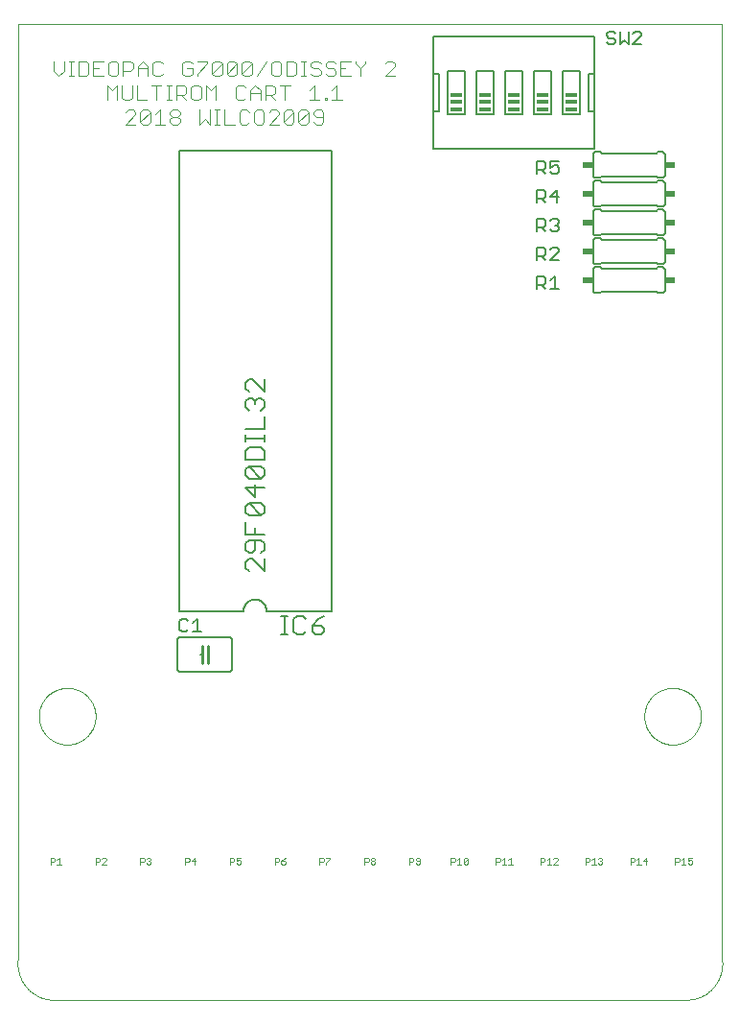
<source format=gto>
G75*
%MOIN*%
%OFA0B0*%
%FSLAX25Y25*%
%IPPOS*%
%LPD*%
%AMOC8*
5,1,8,0,0,1.08239X$1,22.5*
%
%ADD10C,0.00000*%
%ADD11C,0.00400*%
%ADD12C,0.00200*%
%ADD13C,0.00600*%
%ADD14R,0.03400X0.02400*%
%ADD15C,0.00500*%
%ADD16R,0.04000X0.01500*%
%ADD17C,0.01000*%
D10*
X0067595Y0047713D02*
X0067595Y0372634D01*
X0312516Y0372634D01*
X0312516Y0047713D01*
X0312517Y0047713D02*
X0312543Y0047410D01*
X0312563Y0047106D01*
X0312574Y0046802D01*
X0312579Y0046498D01*
X0312576Y0046194D01*
X0312566Y0045889D01*
X0312548Y0045586D01*
X0312524Y0045282D01*
X0312491Y0044980D01*
X0312452Y0044678D01*
X0312405Y0044377D01*
X0312351Y0044078D01*
X0312290Y0043780D01*
X0312221Y0043483D01*
X0312146Y0043189D01*
X0312063Y0042896D01*
X0311973Y0042605D01*
X0311877Y0042317D01*
X0311773Y0042030D01*
X0311663Y0041747D01*
X0311545Y0041466D01*
X0311421Y0041188D01*
X0311290Y0040914D01*
X0311153Y0040642D01*
X0311009Y0040374D01*
X0310859Y0040109D01*
X0310702Y0039849D01*
X0310539Y0039592D01*
X0310370Y0039339D01*
X0310195Y0039090D01*
X0310013Y0038845D01*
X0309826Y0038605D01*
X0309634Y0038370D01*
X0309435Y0038139D01*
X0309231Y0037913D01*
X0309022Y0037692D01*
X0308808Y0037477D01*
X0308588Y0037266D01*
X0308363Y0037061D01*
X0308133Y0036861D01*
X0307899Y0036667D01*
X0307660Y0036479D01*
X0307417Y0036296D01*
X0307169Y0036120D01*
X0306917Y0035949D01*
X0306661Y0035785D01*
X0306401Y0035627D01*
X0306137Y0035475D01*
X0305870Y0035330D01*
X0305599Y0035191D01*
X0305325Y0035058D01*
X0305048Y0034933D01*
X0304768Y0034814D01*
X0304485Y0034702D01*
X0304199Y0034596D01*
X0303911Y0034498D01*
X0303621Y0034407D01*
X0303329Y0034322D01*
X0303034Y0034245D01*
X0302738Y0034175D01*
X0302440Y0034112D01*
X0302141Y0034057D01*
X0301841Y0034008D01*
X0301539Y0033967D01*
X0301237Y0033933D01*
X0078875Y0033933D01*
X0078568Y0033968D01*
X0078262Y0034010D01*
X0077957Y0034059D01*
X0077653Y0034116D01*
X0077351Y0034180D01*
X0077050Y0034252D01*
X0076751Y0034331D01*
X0076455Y0034418D01*
X0076160Y0034512D01*
X0075868Y0034612D01*
X0075578Y0034720D01*
X0075292Y0034836D01*
X0075008Y0034958D01*
X0074727Y0035087D01*
X0074449Y0035223D01*
X0074175Y0035365D01*
X0073905Y0035515D01*
X0073638Y0035671D01*
X0073375Y0035833D01*
X0073116Y0036002D01*
X0072861Y0036177D01*
X0072611Y0036358D01*
X0072365Y0036546D01*
X0072124Y0036739D01*
X0071888Y0036939D01*
X0071657Y0037144D01*
X0071431Y0037354D01*
X0071210Y0037570D01*
X0070994Y0037792D01*
X0070784Y0038018D01*
X0070580Y0038250D01*
X0070381Y0038487D01*
X0070188Y0038729D01*
X0070002Y0038975D01*
X0069821Y0039225D01*
X0069646Y0039480D01*
X0069478Y0039740D01*
X0069316Y0040003D01*
X0069161Y0040270D01*
X0069012Y0040541D01*
X0068870Y0040816D01*
X0068735Y0041094D01*
X0068607Y0041375D01*
X0068485Y0041659D01*
X0068371Y0041946D01*
X0068264Y0042236D01*
X0068164Y0042528D01*
X0068071Y0042823D01*
X0067985Y0043120D01*
X0067907Y0043419D01*
X0067835Y0043720D01*
X0067772Y0044022D01*
X0067716Y0044326D01*
X0067667Y0044631D01*
X0067626Y0044937D01*
X0067592Y0045245D01*
X0067566Y0045553D01*
X0067547Y0045861D01*
X0067536Y0046170D01*
X0067533Y0046479D01*
X0067537Y0046788D01*
X0067549Y0047097D01*
X0067568Y0047405D01*
X0067595Y0047713D01*
X0074937Y0132358D02*
X0074940Y0132600D01*
X0074949Y0132841D01*
X0074964Y0133082D01*
X0074984Y0133323D01*
X0075011Y0133563D01*
X0075044Y0133802D01*
X0075082Y0134041D01*
X0075126Y0134278D01*
X0075176Y0134515D01*
X0075232Y0134750D01*
X0075294Y0134983D01*
X0075361Y0135215D01*
X0075434Y0135446D01*
X0075512Y0135674D01*
X0075597Y0135900D01*
X0075686Y0136125D01*
X0075781Y0136347D01*
X0075882Y0136566D01*
X0075988Y0136784D01*
X0076099Y0136998D01*
X0076216Y0137210D01*
X0076337Y0137418D01*
X0076464Y0137624D01*
X0076596Y0137826D01*
X0076733Y0138026D01*
X0076874Y0138221D01*
X0077020Y0138414D01*
X0077171Y0138602D01*
X0077327Y0138787D01*
X0077487Y0138968D01*
X0077651Y0139145D01*
X0077820Y0139318D01*
X0077993Y0139487D01*
X0078170Y0139651D01*
X0078351Y0139811D01*
X0078536Y0139967D01*
X0078724Y0140118D01*
X0078917Y0140264D01*
X0079112Y0140405D01*
X0079312Y0140542D01*
X0079514Y0140674D01*
X0079720Y0140801D01*
X0079928Y0140922D01*
X0080140Y0141039D01*
X0080354Y0141150D01*
X0080572Y0141256D01*
X0080791Y0141357D01*
X0081013Y0141452D01*
X0081238Y0141541D01*
X0081464Y0141626D01*
X0081692Y0141704D01*
X0081923Y0141777D01*
X0082155Y0141844D01*
X0082388Y0141906D01*
X0082623Y0141962D01*
X0082860Y0142012D01*
X0083097Y0142056D01*
X0083336Y0142094D01*
X0083575Y0142127D01*
X0083815Y0142154D01*
X0084056Y0142174D01*
X0084297Y0142189D01*
X0084538Y0142198D01*
X0084780Y0142201D01*
X0085022Y0142198D01*
X0085263Y0142189D01*
X0085504Y0142174D01*
X0085745Y0142154D01*
X0085985Y0142127D01*
X0086224Y0142094D01*
X0086463Y0142056D01*
X0086700Y0142012D01*
X0086937Y0141962D01*
X0087172Y0141906D01*
X0087405Y0141844D01*
X0087637Y0141777D01*
X0087868Y0141704D01*
X0088096Y0141626D01*
X0088322Y0141541D01*
X0088547Y0141452D01*
X0088769Y0141357D01*
X0088988Y0141256D01*
X0089206Y0141150D01*
X0089420Y0141039D01*
X0089632Y0140922D01*
X0089840Y0140801D01*
X0090046Y0140674D01*
X0090248Y0140542D01*
X0090448Y0140405D01*
X0090643Y0140264D01*
X0090836Y0140118D01*
X0091024Y0139967D01*
X0091209Y0139811D01*
X0091390Y0139651D01*
X0091567Y0139487D01*
X0091740Y0139318D01*
X0091909Y0139145D01*
X0092073Y0138968D01*
X0092233Y0138787D01*
X0092389Y0138602D01*
X0092540Y0138414D01*
X0092686Y0138221D01*
X0092827Y0138026D01*
X0092964Y0137826D01*
X0093096Y0137624D01*
X0093223Y0137418D01*
X0093344Y0137210D01*
X0093461Y0136998D01*
X0093572Y0136784D01*
X0093678Y0136566D01*
X0093779Y0136347D01*
X0093874Y0136125D01*
X0093963Y0135900D01*
X0094048Y0135674D01*
X0094126Y0135446D01*
X0094199Y0135215D01*
X0094266Y0134983D01*
X0094328Y0134750D01*
X0094384Y0134515D01*
X0094434Y0134278D01*
X0094478Y0134041D01*
X0094516Y0133802D01*
X0094549Y0133563D01*
X0094576Y0133323D01*
X0094596Y0133082D01*
X0094611Y0132841D01*
X0094620Y0132600D01*
X0094623Y0132358D01*
X0094620Y0132116D01*
X0094611Y0131875D01*
X0094596Y0131634D01*
X0094576Y0131393D01*
X0094549Y0131153D01*
X0094516Y0130914D01*
X0094478Y0130675D01*
X0094434Y0130438D01*
X0094384Y0130201D01*
X0094328Y0129966D01*
X0094266Y0129733D01*
X0094199Y0129501D01*
X0094126Y0129270D01*
X0094048Y0129042D01*
X0093963Y0128816D01*
X0093874Y0128591D01*
X0093779Y0128369D01*
X0093678Y0128150D01*
X0093572Y0127932D01*
X0093461Y0127718D01*
X0093344Y0127506D01*
X0093223Y0127298D01*
X0093096Y0127092D01*
X0092964Y0126890D01*
X0092827Y0126690D01*
X0092686Y0126495D01*
X0092540Y0126302D01*
X0092389Y0126114D01*
X0092233Y0125929D01*
X0092073Y0125748D01*
X0091909Y0125571D01*
X0091740Y0125398D01*
X0091567Y0125229D01*
X0091390Y0125065D01*
X0091209Y0124905D01*
X0091024Y0124749D01*
X0090836Y0124598D01*
X0090643Y0124452D01*
X0090448Y0124311D01*
X0090248Y0124174D01*
X0090046Y0124042D01*
X0089840Y0123915D01*
X0089632Y0123794D01*
X0089420Y0123677D01*
X0089206Y0123566D01*
X0088988Y0123460D01*
X0088769Y0123359D01*
X0088547Y0123264D01*
X0088322Y0123175D01*
X0088096Y0123090D01*
X0087868Y0123012D01*
X0087637Y0122939D01*
X0087405Y0122872D01*
X0087172Y0122810D01*
X0086937Y0122754D01*
X0086700Y0122704D01*
X0086463Y0122660D01*
X0086224Y0122622D01*
X0085985Y0122589D01*
X0085745Y0122562D01*
X0085504Y0122542D01*
X0085263Y0122527D01*
X0085022Y0122518D01*
X0084780Y0122515D01*
X0084538Y0122518D01*
X0084297Y0122527D01*
X0084056Y0122542D01*
X0083815Y0122562D01*
X0083575Y0122589D01*
X0083336Y0122622D01*
X0083097Y0122660D01*
X0082860Y0122704D01*
X0082623Y0122754D01*
X0082388Y0122810D01*
X0082155Y0122872D01*
X0081923Y0122939D01*
X0081692Y0123012D01*
X0081464Y0123090D01*
X0081238Y0123175D01*
X0081013Y0123264D01*
X0080791Y0123359D01*
X0080572Y0123460D01*
X0080354Y0123566D01*
X0080140Y0123677D01*
X0079928Y0123794D01*
X0079720Y0123915D01*
X0079514Y0124042D01*
X0079312Y0124174D01*
X0079112Y0124311D01*
X0078917Y0124452D01*
X0078724Y0124598D01*
X0078536Y0124749D01*
X0078351Y0124905D01*
X0078170Y0125065D01*
X0077993Y0125229D01*
X0077820Y0125398D01*
X0077651Y0125571D01*
X0077487Y0125748D01*
X0077327Y0125929D01*
X0077171Y0126114D01*
X0077020Y0126302D01*
X0076874Y0126495D01*
X0076733Y0126690D01*
X0076596Y0126890D01*
X0076464Y0127092D01*
X0076337Y0127298D01*
X0076216Y0127506D01*
X0076099Y0127718D01*
X0075988Y0127932D01*
X0075882Y0128150D01*
X0075781Y0128369D01*
X0075686Y0128591D01*
X0075597Y0128816D01*
X0075512Y0129042D01*
X0075434Y0129270D01*
X0075361Y0129501D01*
X0075294Y0129733D01*
X0075232Y0129966D01*
X0075176Y0130201D01*
X0075126Y0130438D01*
X0075082Y0130675D01*
X0075044Y0130914D01*
X0075011Y0131153D01*
X0074984Y0131393D01*
X0074964Y0131634D01*
X0074949Y0131875D01*
X0074940Y0132116D01*
X0074937Y0132358D01*
X0285488Y0132358D02*
X0285491Y0132600D01*
X0285500Y0132841D01*
X0285515Y0133082D01*
X0285535Y0133323D01*
X0285562Y0133563D01*
X0285595Y0133802D01*
X0285633Y0134041D01*
X0285677Y0134278D01*
X0285727Y0134515D01*
X0285783Y0134750D01*
X0285845Y0134983D01*
X0285912Y0135215D01*
X0285985Y0135446D01*
X0286063Y0135674D01*
X0286148Y0135900D01*
X0286237Y0136125D01*
X0286332Y0136347D01*
X0286433Y0136566D01*
X0286539Y0136784D01*
X0286650Y0136998D01*
X0286767Y0137210D01*
X0286888Y0137418D01*
X0287015Y0137624D01*
X0287147Y0137826D01*
X0287284Y0138026D01*
X0287425Y0138221D01*
X0287571Y0138414D01*
X0287722Y0138602D01*
X0287878Y0138787D01*
X0288038Y0138968D01*
X0288202Y0139145D01*
X0288371Y0139318D01*
X0288544Y0139487D01*
X0288721Y0139651D01*
X0288902Y0139811D01*
X0289087Y0139967D01*
X0289275Y0140118D01*
X0289468Y0140264D01*
X0289663Y0140405D01*
X0289863Y0140542D01*
X0290065Y0140674D01*
X0290271Y0140801D01*
X0290479Y0140922D01*
X0290691Y0141039D01*
X0290905Y0141150D01*
X0291123Y0141256D01*
X0291342Y0141357D01*
X0291564Y0141452D01*
X0291789Y0141541D01*
X0292015Y0141626D01*
X0292243Y0141704D01*
X0292474Y0141777D01*
X0292706Y0141844D01*
X0292939Y0141906D01*
X0293174Y0141962D01*
X0293411Y0142012D01*
X0293648Y0142056D01*
X0293887Y0142094D01*
X0294126Y0142127D01*
X0294366Y0142154D01*
X0294607Y0142174D01*
X0294848Y0142189D01*
X0295089Y0142198D01*
X0295331Y0142201D01*
X0295573Y0142198D01*
X0295814Y0142189D01*
X0296055Y0142174D01*
X0296296Y0142154D01*
X0296536Y0142127D01*
X0296775Y0142094D01*
X0297014Y0142056D01*
X0297251Y0142012D01*
X0297488Y0141962D01*
X0297723Y0141906D01*
X0297956Y0141844D01*
X0298188Y0141777D01*
X0298419Y0141704D01*
X0298647Y0141626D01*
X0298873Y0141541D01*
X0299098Y0141452D01*
X0299320Y0141357D01*
X0299539Y0141256D01*
X0299757Y0141150D01*
X0299971Y0141039D01*
X0300183Y0140922D01*
X0300391Y0140801D01*
X0300597Y0140674D01*
X0300799Y0140542D01*
X0300999Y0140405D01*
X0301194Y0140264D01*
X0301387Y0140118D01*
X0301575Y0139967D01*
X0301760Y0139811D01*
X0301941Y0139651D01*
X0302118Y0139487D01*
X0302291Y0139318D01*
X0302460Y0139145D01*
X0302624Y0138968D01*
X0302784Y0138787D01*
X0302940Y0138602D01*
X0303091Y0138414D01*
X0303237Y0138221D01*
X0303378Y0138026D01*
X0303515Y0137826D01*
X0303647Y0137624D01*
X0303774Y0137418D01*
X0303895Y0137210D01*
X0304012Y0136998D01*
X0304123Y0136784D01*
X0304229Y0136566D01*
X0304330Y0136347D01*
X0304425Y0136125D01*
X0304514Y0135900D01*
X0304599Y0135674D01*
X0304677Y0135446D01*
X0304750Y0135215D01*
X0304817Y0134983D01*
X0304879Y0134750D01*
X0304935Y0134515D01*
X0304985Y0134278D01*
X0305029Y0134041D01*
X0305067Y0133802D01*
X0305100Y0133563D01*
X0305127Y0133323D01*
X0305147Y0133082D01*
X0305162Y0132841D01*
X0305171Y0132600D01*
X0305174Y0132358D01*
X0305171Y0132116D01*
X0305162Y0131875D01*
X0305147Y0131634D01*
X0305127Y0131393D01*
X0305100Y0131153D01*
X0305067Y0130914D01*
X0305029Y0130675D01*
X0304985Y0130438D01*
X0304935Y0130201D01*
X0304879Y0129966D01*
X0304817Y0129733D01*
X0304750Y0129501D01*
X0304677Y0129270D01*
X0304599Y0129042D01*
X0304514Y0128816D01*
X0304425Y0128591D01*
X0304330Y0128369D01*
X0304229Y0128150D01*
X0304123Y0127932D01*
X0304012Y0127718D01*
X0303895Y0127506D01*
X0303774Y0127298D01*
X0303647Y0127092D01*
X0303515Y0126890D01*
X0303378Y0126690D01*
X0303237Y0126495D01*
X0303091Y0126302D01*
X0302940Y0126114D01*
X0302784Y0125929D01*
X0302624Y0125748D01*
X0302460Y0125571D01*
X0302291Y0125398D01*
X0302118Y0125229D01*
X0301941Y0125065D01*
X0301760Y0124905D01*
X0301575Y0124749D01*
X0301387Y0124598D01*
X0301194Y0124452D01*
X0300999Y0124311D01*
X0300799Y0124174D01*
X0300597Y0124042D01*
X0300391Y0123915D01*
X0300183Y0123794D01*
X0299971Y0123677D01*
X0299757Y0123566D01*
X0299539Y0123460D01*
X0299320Y0123359D01*
X0299098Y0123264D01*
X0298873Y0123175D01*
X0298647Y0123090D01*
X0298419Y0123012D01*
X0298188Y0122939D01*
X0297956Y0122872D01*
X0297723Y0122810D01*
X0297488Y0122754D01*
X0297251Y0122704D01*
X0297014Y0122660D01*
X0296775Y0122622D01*
X0296536Y0122589D01*
X0296296Y0122562D01*
X0296055Y0122542D01*
X0295814Y0122527D01*
X0295573Y0122518D01*
X0295331Y0122515D01*
X0295089Y0122518D01*
X0294848Y0122527D01*
X0294607Y0122542D01*
X0294366Y0122562D01*
X0294126Y0122589D01*
X0293887Y0122622D01*
X0293648Y0122660D01*
X0293411Y0122704D01*
X0293174Y0122754D01*
X0292939Y0122810D01*
X0292706Y0122872D01*
X0292474Y0122939D01*
X0292243Y0123012D01*
X0292015Y0123090D01*
X0291789Y0123175D01*
X0291564Y0123264D01*
X0291342Y0123359D01*
X0291123Y0123460D01*
X0290905Y0123566D01*
X0290691Y0123677D01*
X0290479Y0123794D01*
X0290271Y0123915D01*
X0290065Y0124042D01*
X0289863Y0124174D01*
X0289663Y0124311D01*
X0289468Y0124452D01*
X0289275Y0124598D01*
X0289087Y0124749D01*
X0288902Y0124905D01*
X0288721Y0125065D01*
X0288544Y0125229D01*
X0288371Y0125398D01*
X0288202Y0125571D01*
X0288038Y0125748D01*
X0287878Y0125929D01*
X0287722Y0126114D01*
X0287571Y0126302D01*
X0287425Y0126495D01*
X0287284Y0126690D01*
X0287147Y0126890D01*
X0287015Y0127092D01*
X0286888Y0127298D01*
X0286767Y0127506D01*
X0286650Y0127718D01*
X0286539Y0127932D01*
X0286433Y0128150D01*
X0286332Y0128369D01*
X0286237Y0128591D01*
X0286148Y0128816D01*
X0286063Y0129042D01*
X0285985Y0129270D01*
X0285912Y0129501D01*
X0285845Y0129733D01*
X0285783Y0129966D01*
X0285727Y0130201D01*
X0285677Y0130438D01*
X0285633Y0130675D01*
X0285595Y0130914D01*
X0285562Y0131153D01*
X0285535Y0131393D01*
X0285515Y0131634D01*
X0285500Y0131875D01*
X0285491Y0132116D01*
X0285488Y0132358D01*
D11*
X0172976Y0337933D02*
X0171241Y0337933D01*
X0170374Y0338800D01*
X0168687Y0338800D02*
X0167820Y0337933D01*
X0166085Y0337933D01*
X0165218Y0338800D01*
X0168687Y0342270D01*
X0168687Y0338800D01*
X0171241Y0340535D02*
X0173844Y0340535D01*
X0173844Y0338800D02*
X0173844Y0342270D01*
X0172976Y0343138D01*
X0171241Y0343138D01*
X0170374Y0342270D01*
X0170374Y0341403D01*
X0171241Y0340535D01*
X0168687Y0342270D02*
X0167820Y0343138D01*
X0166085Y0343138D01*
X0165218Y0342270D01*
X0165218Y0338800D01*
X0163531Y0338800D02*
X0162663Y0337933D01*
X0160929Y0337933D01*
X0160061Y0338800D01*
X0163531Y0342270D01*
X0163531Y0338800D01*
X0163531Y0342270D02*
X0162663Y0343138D01*
X0160929Y0343138D01*
X0160061Y0342270D01*
X0160061Y0338800D01*
X0158374Y0337933D02*
X0154905Y0337933D01*
X0158374Y0341403D01*
X0158374Y0342270D01*
X0157507Y0343138D01*
X0155772Y0343138D01*
X0154905Y0342270D01*
X0153218Y0342270D02*
X0153218Y0338800D01*
X0152351Y0337933D01*
X0150616Y0337933D01*
X0149748Y0338800D01*
X0149748Y0342270D01*
X0150616Y0343138D01*
X0152351Y0343138D01*
X0153218Y0342270D01*
X0153616Y0346333D02*
X0153616Y0351538D01*
X0156218Y0351538D01*
X0157085Y0350670D01*
X0157085Y0348935D01*
X0156218Y0348068D01*
X0153616Y0348068D01*
X0155351Y0348068D02*
X0157085Y0346333D01*
X0151929Y0346333D02*
X0151929Y0349803D01*
X0150194Y0351538D01*
X0148459Y0349803D01*
X0148459Y0346333D01*
X0146773Y0347200D02*
X0145905Y0346333D01*
X0144170Y0346333D01*
X0143303Y0347200D01*
X0143303Y0350670D01*
X0144170Y0351538D01*
X0145905Y0351538D01*
X0146773Y0350670D01*
X0148459Y0348935D02*
X0151929Y0348935D01*
X0147194Y0343138D02*
X0148062Y0342270D01*
X0147194Y0343138D02*
X0145459Y0343138D01*
X0144592Y0342270D01*
X0144592Y0338800D01*
X0145459Y0337933D01*
X0147194Y0337933D01*
X0148062Y0338800D01*
X0142905Y0337933D02*
X0139436Y0337933D01*
X0139436Y0343138D01*
X0137733Y0343138D02*
X0135998Y0343138D01*
X0136865Y0343138D02*
X0136865Y0337933D01*
X0135998Y0337933D02*
X0137733Y0337933D01*
X0134311Y0337933D02*
X0132576Y0339668D01*
X0130842Y0337933D01*
X0130842Y0343138D01*
X0130436Y0346333D02*
X0128701Y0346333D01*
X0127834Y0347200D01*
X0127834Y0350670D01*
X0128701Y0351538D01*
X0130436Y0351538D01*
X0131303Y0350670D01*
X0131303Y0347200D01*
X0130436Y0346333D01*
X0132990Y0346333D02*
X0132990Y0351538D01*
X0134725Y0349803D01*
X0136460Y0351538D01*
X0136460Y0346333D01*
X0134311Y0343138D02*
X0134311Y0337933D01*
X0123999Y0338800D02*
X0123131Y0337933D01*
X0121396Y0337933D01*
X0120529Y0338800D01*
X0120529Y0339668D01*
X0121396Y0340535D01*
X0123131Y0340535D01*
X0123999Y0339668D01*
X0123999Y0338800D01*
X0123131Y0340535D02*
X0123999Y0341403D01*
X0123999Y0342270D01*
X0123131Y0343138D01*
X0121396Y0343138D01*
X0120529Y0342270D01*
X0120529Y0341403D01*
X0121396Y0340535D01*
X0118842Y0337933D02*
X0115372Y0337933D01*
X0117107Y0337933D02*
X0117107Y0343138D01*
X0115372Y0341403D01*
X0113686Y0342270D02*
X0113686Y0338800D01*
X0112818Y0337933D01*
X0111083Y0337933D01*
X0110216Y0338800D01*
X0113686Y0342270D01*
X0112818Y0343138D01*
X0111083Y0343138D01*
X0110216Y0342270D01*
X0110216Y0338800D01*
X0108529Y0337933D02*
X0105060Y0337933D01*
X0108529Y0341403D01*
X0108529Y0342270D01*
X0107662Y0343138D01*
X0105927Y0343138D01*
X0105060Y0342270D01*
X0104638Y0346333D02*
X0106373Y0346333D01*
X0107240Y0347200D01*
X0107240Y0351538D01*
X0108927Y0351538D02*
X0108927Y0346333D01*
X0112397Y0346333D01*
X0115818Y0346333D02*
X0115818Y0351538D01*
X0114083Y0351538D02*
X0117553Y0351538D01*
X0119240Y0351538D02*
X0120975Y0351538D01*
X0120107Y0351538D02*
X0120107Y0346333D01*
X0119240Y0346333D02*
X0120975Y0346333D01*
X0122677Y0346333D02*
X0122677Y0351538D01*
X0125280Y0351538D01*
X0126147Y0350670D01*
X0126147Y0348935D01*
X0125280Y0348068D01*
X0122677Y0348068D01*
X0124412Y0348068D02*
X0126147Y0346333D01*
X0125693Y0354733D02*
X0127428Y0354733D01*
X0128295Y0355600D01*
X0128295Y0357335D01*
X0126561Y0357335D01*
X0128295Y0359070D02*
X0127428Y0359938D01*
X0125693Y0359938D01*
X0124826Y0359070D01*
X0124826Y0355600D01*
X0125693Y0354733D01*
X0129982Y0354733D02*
X0129982Y0355600D01*
X0133452Y0359070D01*
X0133452Y0359938D01*
X0129982Y0359938D01*
X0135139Y0359070D02*
X0135139Y0355600D01*
X0138608Y0359070D01*
X0138608Y0355600D01*
X0137741Y0354733D01*
X0136006Y0354733D01*
X0135139Y0355600D01*
X0135139Y0359070D02*
X0136006Y0359938D01*
X0137741Y0359938D01*
X0138608Y0359070D01*
X0140295Y0359070D02*
X0141162Y0359938D01*
X0142897Y0359938D01*
X0143765Y0359070D01*
X0140295Y0355600D01*
X0141162Y0354733D01*
X0142897Y0354733D01*
X0143765Y0355600D01*
X0143765Y0359070D01*
X0145451Y0359070D02*
X0145451Y0355600D01*
X0148921Y0359070D01*
X0148921Y0355600D01*
X0148054Y0354733D01*
X0146319Y0354733D01*
X0145451Y0355600D01*
X0145451Y0359070D02*
X0146319Y0359938D01*
X0148054Y0359938D01*
X0148921Y0359070D01*
X0150608Y0354733D02*
X0154077Y0359938D01*
X0155764Y0359070D02*
X0155764Y0355600D01*
X0156632Y0354733D01*
X0158366Y0354733D01*
X0159234Y0355600D01*
X0159234Y0359070D01*
X0158366Y0359938D01*
X0156632Y0359938D01*
X0155764Y0359070D01*
X0160921Y0359938D02*
X0160921Y0354733D01*
X0163523Y0354733D01*
X0164390Y0355600D01*
X0164390Y0359070D01*
X0163523Y0359938D01*
X0160921Y0359938D01*
X0166077Y0359938D02*
X0167812Y0359938D01*
X0166944Y0359938D02*
X0166944Y0354733D01*
X0166077Y0354733D02*
X0167812Y0354733D01*
X0169515Y0355600D02*
X0170382Y0354733D01*
X0172117Y0354733D01*
X0172984Y0355600D01*
X0172984Y0356468D01*
X0172117Y0357335D01*
X0170382Y0357335D01*
X0169515Y0358203D01*
X0169515Y0359070D01*
X0170382Y0359938D01*
X0172117Y0359938D01*
X0172984Y0359070D01*
X0174671Y0359070D02*
X0174671Y0358203D01*
X0175538Y0357335D01*
X0177273Y0357335D01*
X0178141Y0356468D01*
X0178141Y0355600D01*
X0177273Y0354733D01*
X0175538Y0354733D01*
X0174671Y0355600D01*
X0174671Y0359070D02*
X0175538Y0359938D01*
X0177273Y0359938D01*
X0178141Y0359070D01*
X0179827Y0359938D02*
X0179827Y0354733D01*
X0183297Y0354733D01*
X0181562Y0357335D02*
X0179827Y0357335D01*
X0179827Y0359938D02*
X0183297Y0359938D01*
X0184984Y0359938D02*
X0184984Y0359070D01*
X0186719Y0357335D01*
X0186719Y0354733D01*
X0186719Y0357335D02*
X0188453Y0359070D01*
X0188453Y0359938D01*
X0195297Y0359070D02*
X0196164Y0359938D01*
X0197899Y0359938D01*
X0198766Y0359070D01*
X0198766Y0358203D01*
X0195297Y0354733D01*
X0198766Y0354733D01*
X0180289Y0346333D02*
X0176820Y0346333D01*
X0175109Y0346333D02*
X0174241Y0346333D01*
X0174241Y0347200D01*
X0175109Y0347200D01*
X0175109Y0346333D01*
X0172555Y0346333D02*
X0169085Y0346333D01*
X0170820Y0346333D02*
X0170820Y0351538D01*
X0169085Y0349803D01*
X0162242Y0351538D02*
X0158772Y0351538D01*
X0160507Y0351538D02*
X0160507Y0346333D01*
X0172976Y0337933D02*
X0173844Y0338800D01*
X0178554Y0346333D02*
X0178554Y0351538D01*
X0176820Y0349803D01*
X0140295Y0355600D02*
X0140295Y0359070D01*
X0117983Y0359070D02*
X0117115Y0359938D01*
X0115380Y0359938D01*
X0114513Y0359070D01*
X0114513Y0355600D01*
X0115380Y0354733D01*
X0117115Y0354733D01*
X0117983Y0355600D01*
X0112826Y0354733D02*
X0112826Y0358203D01*
X0111091Y0359938D01*
X0109357Y0358203D01*
X0109357Y0354733D01*
X0109357Y0357335D02*
X0112826Y0357335D01*
X0107670Y0357335D02*
X0106802Y0356468D01*
X0104200Y0356468D01*
X0104200Y0354733D02*
X0104200Y0359938D01*
X0106802Y0359938D01*
X0107670Y0359070D01*
X0107670Y0357335D01*
X0102513Y0355600D02*
X0102513Y0359070D01*
X0101646Y0359938D01*
X0099911Y0359938D01*
X0099044Y0359070D01*
X0099044Y0355600D01*
X0099911Y0354733D01*
X0101646Y0354733D01*
X0102513Y0355600D01*
X0102084Y0351538D02*
X0100349Y0349803D01*
X0098614Y0351538D01*
X0098614Y0346333D01*
X0102084Y0346333D02*
X0102084Y0351538D01*
X0103771Y0351538D02*
X0103771Y0347200D01*
X0104638Y0346333D01*
X0097357Y0354733D02*
X0093887Y0354733D01*
X0093887Y0359938D01*
X0097357Y0359938D01*
X0095622Y0357335D02*
X0093887Y0357335D01*
X0092201Y0355600D02*
X0092201Y0359070D01*
X0091333Y0359938D01*
X0088731Y0359938D01*
X0088731Y0354733D01*
X0091333Y0354733D01*
X0092201Y0355600D01*
X0087028Y0354733D02*
X0085293Y0354733D01*
X0086161Y0354733D02*
X0086161Y0359938D01*
X0087028Y0359938D02*
X0085293Y0359938D01*
X0083607Y0359938D02*
X0083607Y0356468D01*
X0081872Y0354733D01*
X0080137Y0356468D01*
X0080137Y0359938D01*
D12*
X0080116Y0083142D02*
X0080483Y0082775D01*
X0080483Y0082042D01*
X0080116Y0081675D01*
X0079015Y0081675D01*
X0079015Y0080941D02*
X0079015Y0083142D01*
X0080116Y0083142D01*
X0081224Y0082409D02*
X0081958Y0083142D01*
X0081958Y0080941D01*
X0081224Y0080941D02*
X0082692Y0080941D01*
X0094605Y0080941D02*
X0094605Y0083142D01*
X0095706Y0083142D01*
X0096073Y0082775D01*
X0096073Y0082042D01*
X0095706Y0081675D01*
X0094605Y0081675D01*
X0096815Y0080941D02*
X0098283Y0082409D01*
X0098283Y0082775D01*
X0097916Y0083142D01*
X0097182Y0083142D01*
X0096815Y0082775D01*
X0096815Y0080941D02*
X0098283Y0080941D01*
X0110196Y0080941D02*
X0110196Y0083142D01*
X0111297Y0083142D01*
X0111664Y0082775D01*
X0111664Y0082042D01*
X0111297Y0081675D01*
X0110196Y0081675D01*
X0112406Y0081308D02*
X0112773Y0080941D01*
X0113507Y0080941D01*
X0113873Y0081308D01*
X0113873Y0081675D01*
X0113507Y0082042D01*
X0113140Y0082042D01*
X0113507Y0082042D02*
X0113873Y0082409D01*
X0113873Y0082775D01*
X0113507Y0083142D01*
X0112773Y0083142D01*
X0112406Y0082775D01*
X0125786Y0083142D02*
X0125786Y0080941D01*
X0125786Y0081675D02*
X0126887Y0081675D01*
X0127254Y0082042D01*
X0127254Y0082775D01*
X0126887Y0083142D01*
X0125786Y0083142D01*
X0127996Y0082042D02*
X0129464Y0082042D01*
X0129097Y0083142D02*
X0129097Y0080941D01*
X0127996Y0082042D02*
X0129097Y0083142D01*
X0141377Y0083142D02*
X0141377Y0080941D01*
X0141377Y0081675D02*
X0142478Y0081675D01*
X0142845Y0082042D01*
X0142845Y0082775D01*
X0142478Y0083142D01*
X0141377Y0083142D01*
X0143587Y0083142D02*
X0143587Y0082042D01*
X0144321Y0082409D01*
X0144688Y0082409D01*
X0145055Y0082042D01*
X0145055Y0081308D01*
X0144688Y0080941D01*
X0143954Y0080941D01*
X0143587Y0081308D01*
X0143587Y0083142D02*
X0145055Y0083142D01*
X0156967Y0083142D02*
X0156967Y0080941D01*
X0156967Y0081675D02*
X0158068Y0081675D01*
X0158435Y0082042D01*
X0158435Y0082775D01*
X0158068Y0083142D01*
X0156967Y0083142D01*
X0159177Y0082042D02*
X0160278Y0082042D01*
X0160645Y0081675D01*
X0160645Y0081308D01*
X0160278Y0080941D01*
X0159544Y0080941D01*
X0159177Y0081308D01*
X0159177Y0082042D01*
X0159911Y0082775D01*
X0160645Y0083142D01*
X0172558Y0083142D02*
X0172558Y0080941D01*
X0172558Y0081675D02*
X0173659Y0081675D01*
X0174026Y0082042D01*
X0174026Y0082775D01*
X0173659Y0083142D01*
X0172558Y0083142D01*
X0174768Y0083142D02*
X0176236Y0083142D01*
X0176236Y0082775D01*
X0174768Y0081308D01*
X0174768Y0080941D01*
X0188148Y0080941D02*
X0188148Y0083142D01*
X0189249Y0083142D01*
X0189616Y0082775D01*
X0189616Y0082042D01*
X0189249Y0081675D01*
X0188148Y0081675D01*
X0190358Y0081675D02*
X0190725Y0082042D01*
X0191459Y0082042D01*
X0191826Y0081675D01*
X0191826Y0081308D01*
X0191459Y0080941D01*
X0190725Y0080941D01*
X0190358Y0081308D01*
X0190358Y0081675D01*
X0190725Y0082042D02*
X0190358Y0082409D01*
X0190358Y0082775D01*
X0190725Y0083142D01*
X0191459Y0083142D01*
X0191826Y0082775D01*
X0191826Y0082409D01*
X0191459Y0082042D01*
X0203739Y0081675D02*
X0204840Y0081675D01*
X0205207Y0082042D01*
X0205207Y0082775D01*
X0204840Y0083142D01*
X0203739Y0083142D01*
X0203739Y0080941D01*
X0205949Y0081308D02*
X0206316Y0080941D01*
X0207050Y0080941D01*
X0207417Y0081308D01*
X0207417Y0082775D01*
X0207050Y0083142D01*
X0206316Y0083142D01*
X0205949Y0082775D01*
X0205949Y0082409D01*
X0206316Y0082042D01*
X0207417Y0082042D01*
X0218225Y0081675D02*
X0219326Y0081675D01*
X0219693Y0082042D01*
X0219693Y0082775D01*
X0219326Y0083142D01*
X0218225Y0083142D01*
X0218225Y0080941D01*
X0220434Y0080941D02*
X0221902Y0080941D01*
X0221168Y0080941D02*
X0221168Y0083142D01*
X0220434Y0082409D01*
X0222644Y0082775D02*
X0222644Y0081308D01*
X0224112Y0082775D01*
X0224112Y0081308D01*
X0223745Y0080941D01*
X0223011Y0080941D01*
X0222644Y0081308D01*
X0222644Y0082775D02*
X0223011Y0083142D01*
X0223745Y0083142D01*
X0224112Y0082775D01*
X0233815Y0083142D02*
X0233815Y0080941D01*
X0233815Y0081675D02*
X0234916Y0081675D01*
X0235283Y0082042D01*
X0235283Y0082775D01*
X0234916Y0083142D01*
X0233815Y0083142D01*
X0236025Y0082409D02*
X0236759Y0083142D01*
X0236759Y0080941D01*
X0236025Y0080941D02*
X0237493Y0080941D01*
X0238235Y0080941D02*
X0239703Y0080941D01*
X0238969Y0080941D02*
X0238969Y0083142D01*
X0238235Y0082409D01*
X0249406Y0083142D02*
X0249406Y0080941D01*
X0249406Y0081675D02*
X0250507Y0081675D01*
X0250874Y0082042D01*
X0250874Y0082775D01*
X0250507Y0083142D01*
X0249406Y0083142D01*
X0251616Y0082409D02*
X0252350Y0083142D01*
X0252350Y0080941D01*
X0251616Y0080941D02*
X0253084Y0080941D01*
X0253825Y0080941D02*
X0255293Y0082409D01*
X0255293Y0082775D01*
X0254926Y0083142D01*
X0254192Y0083142D01*
X0253825Y0082775D01*
X0253825Y0080941D02*
X0255293Y0080941D01*
X0264996Y0080941D02*
X0264996Y0083142D01*
X0266097Y0083142D01*
X0266464Y0082775D01*
X0266464Y0082042D01*
X0266097Y0081675D01*
X0264996Y0081675D01*
X0267206Y0082409D02*
X0267940Y0083142D01*
X0267940Y0080941D01*
X0267206Y0080941D02*
X0268674Y0080941D01*
X0269416Y0081308D02*
X0269783Y0080941D01*
X0270517Y0080941D01*
X0270884Y0081308D01*
X0270884Y0081675D01*
X0270517Y0082042D01*
X0270150Y0082042D01*
X0270517Y0082042D02*
X0270884Y0082409D01*
X0270884Y0082775D01*
X0270517Y0083142D01*
X0269783Y0083142D01*
X0269416Y0082775D01*
X0280587Y0083142D02*
X0280587Y0080941D01*
X0280587Y0081675D02*
X0281688Y0081675D01*
X0282055Y0082042D01*
X0282055Y0082775D01*
X0281688Y0083142D01*
X0280587Y0083142D01*
X0282797Y0082409D02*
X0283531Y0083142D01*
X0283531Y0080941D01*
X0282797Y0080941D02*
X0284265Y0080941D01*
X0285007Y0082042D02*
X0286474Y0082042D01*
X0286108Y0083142D02*
X0286108Y0080941D01*
X0285007Y0082042D02*
X0286108Y0083142D01*
X0296177Y0083142D02*
X0296177Y0080941D01*
X0296177Y0081675D02*
X0297278Y0081675D01*
X0297645Y0082042D01*
X0297645Y0082775D01*
X0297278Y0083142D01*
X0296177Y0083142D01*
X0298387Y0082409D02*
X0299121Y0083142D01*
X0299121Y0080941D01*
X0298387Y0080941D02*
X0299855Y0080941D01*
X0300597Y0081308D02*
X0300964Y0080941D01*
X0301698Y0080941D01*
X0302065Y0081308D01*
X0302065Y0082042D01*
X0301698Y0082409D01*
X0301331Y0082409D01*
X0300597Y0082042D01*
X0300597Y0083142D01*
X0302065Y0083142D01*
D13*
X0176595Y0168933D02*
X0154095Y0168933D01*
X0159207Y0167139D02*
X0161342Y0167139D01*
X0160275Y0167139D02*
X0160275Y0160733D01*
X0161342Y0160733D02*
X0159207Y0160733D01*
X0163504Y0161801D02*
X0163504Y0166071D01*
X0164572Y0167139D01*
X0166707Y0167139D01*
X0167774Y0166071D01*
X0169950Y0163936D02*
X0173152Y0163936D01*
X0174220Y0162868D01*
X0174220Y0161801D01*
X0173152Y0160733D01*
X0171017Y0160733D01*
X0169950Y0161801D01*
X0169950Y0163936D01*
X0172085Y0166071D01*
X0174220Y0167139D01*
X0176595Y0168933D02*
X0176595Y0328933D01*
X0123595Y0328933D01*
X0123595Y0168933D01*
X0146095Y0168933D01*
X0146097Y0169059D01*
X0146103Y0169184D01*
X0146113Y0169309D01*
X0146127Y0169434D01*
X0146144Y0169559D01*
X0146166Y0169683D01*
X0146191Y0169806D01*
X0146221Y0169928D01*
X0146254Y0170049D01*
X0146291Y0170169D01*
X0146331Y0170288D01*
X0146376Y0170405D01*
X0146424Y0170522D01*
X0146476Y0170636D01*
X0146531Y0170749D01*
X0146590Y0170860D01*
X0146652Y0170969D01*
X0146718Y0171076D01*
X0146787Y0171181D01*
X0146859Y0171284D01*
X0146934Y0171385D01*
X0147013Y0171483D01*
X0147095Y0171578D01*
X0147179Y0171671D01*
X0147267Y0171761D01*
X0147357Y0171849D01*
X0147450Y0171933D01*
X0147545Y0172015D01*
X0147643Y0172094D01*
X0147744Y0172169D01*
X0147847Y0172241D01*
X0147952Y0172310D01*
X0148059Y0172376D01*
X0148168Y0172438D01*
X0148279Y0172497D01*
X0148392Y0172552D01*
X0148506Y0172604D01*
X0148623Y0172652D01*
X0148740Y0172697D01*
X0148859Y0172737D01*
X0148979Y0172774D01*
X0149100Y0172807D01*
X0149222Y0172837D01*
X0149345Y0172862D01*
X0149469Y0172884D01*
X0149594Y0172901D01*
X0149719Y0172915D01*
X0149844Y0172925D01*
X0149969Y0172931D01*
X0150095Y0172933D01*
X0150221Y0172931D01*
X0150346Y0172925D01*
X0150471Y0172915D01*
X0150596Y0172901D01*
X0150721Y0172884D01*
X0150845Y0172862D01*
X0150968Y0172837D01*
X0151090Y0172807D01*
X0151211Y0172774D01*
X0151331Y0172737D01*
X0151450Y0172697D01*
X0151567Y0172652D01*
X0151684Y0172604D01*
X0151798Y0172552D01*
X0151911Y0172497D01*
X0152022Y0172438D01*
X0152131Y0172376D01*
X0152238Y0172310D01*
X0152343Y0172241D01*
X0152446Y0172169D01*
X0152547Y0172094D01*
X0152645Y0172015D01*
X0152740Y0171933D01*
X0152833Y0171849D01*
X0152923Y0171761D01*
X0153011Y0171671D01*
X0153095Y0171578D01*
X0153177Y0171483D01*
X0153256Y0171385D01*
X0153331Y0171284D01*
X0153403Y0171181D01*
X0153472Y0171076D01*
X0153538Y0170969D01*
X0153600Y0170860D01*
X0153659Y0170749D01*
X0153714Y0170636D01*
X0153766Y0170522D01*
X0153814Y0170405D01*
X0153859Y0170288D01*
X0153899Y0170169D01*
X0153936Y0170049D01*
X0153969Y0169928D01*
X0153999Y0169806D01*
X0154024Y0169683D01*
X0154046Y0169559D01*
X0154063Y0169434D01*
X0154077Y0169309D01*
X0154087Y0169184D01*
X0154093Y0169059D01*
X0154095Y0168933D01*
X0163504Y0161801D02*
X0164572Y0160733D01*
X0166707Y0160733D01*
X0167774Y0161801D01*
X0153295Y0182733D02*
X0149025Y0187003D01*
X0147957Y0187003D01*
X0146890Y0185936D01*
X0146890Y0183801D01*
X0147957Y0182733D01*
X0153295Y0182733D02*
X0153295Y0187003D01*
X0152228Y0189179D02*
X0153295Y0190246D01*
X0153295Y0192381D01*
X0152228Y0193449D01*
X0147957Y0193449D01*
X0146890Y0192381D01*
X0146890Y0190246D01*
X0147957Y0189179D01*
X0149025Y0189179D01*
X0150092Y0190246D01*
X0150092Y0193449D01*
X0150092Y0195624D02*
X0150092Y0197759D01*
X0146890Y0195624D02*
X0146890Y0199894D01*
X0147957Y0202070D02*
X0146890Y0203137D01*
X0146890Y0205272D01*
X0147957Y0206340D01*
X0152228Y0202070D01*
X0153295Y0203137D01*
X0153295Y0205272D01*
X0152228Y0206340D01*
X0147957Y0206340D01*
X0150092Y0208515D02*
X0150092Y0212785D01*
X0147957Y0214961D02*
X0146890Y0216028D01*
X0146890Y0218163D01*
X0147957Y0219231D01*
X0152228Y0214961D01*
X0153295Y0216028D01*
X0153295Y0218163D01*
X0152228Y0219231D01*
X0147957Y0219231D01*
X0146890Y0221406D02*
X0146890Y0224609D01*
X0147957Y0225676D01*
X0152228Y0225676D01*
X0153295Y0224609D01*
X0153295Y0221406D01*
X0146890Y0221406D01*
X0147957Y0214961D02*
X0152228Y0214961D01*
X0153295Y0211718D02*
X0146890Y0211718D01*
X0150092Y0208515D01*
X0152228Y0202070D02*
X0147957Y0202070D01*
X0146890Y0195624D02*
X0153295Y0195624D01*
X0153295Y0227852D02*
X0153295Y0229987D01*
X0153295Y0228919D02*
X0146890Y0228919D01*
X0146890Y0227852D02*
X0146890Y0229987D01*
X0146890Y0232149D02*
X0153295Y0232149D01*
X0153295Y0236419D01*
X0152228Y0238594D02*
X0153295Y0239662D01*
X0153295Y0241797D01*
X0152228Y0242864D01*
X0151160Y0242864D01*
X0150092Y0241797D01*
X0150092Y0240729D01*
X0150092Y0241797D02*
X0149025Y0242864D01*
X0147957Y0242864D01*
X0146890Y0241797D01*
X0146890Y0239662D01*
X0147957Y0238594D01*
X0147957Y0245040D02*
X0146890Y0246107D01*
X0146890Y0248242D01*
X0147957Y0249310D01*
X0149025Y0249310D01*
X0153295Y0245040D01*
X0153295Y0249310D01*
X0212095Y0329433D02*
X0212095Y0342433D01*
X0212095Y0355433D01*
X0214095Y0355433D01*
X0214095Y0342433D01*
X0212095Y0342433D01*
X0217095Y0341433D02*
X0223095Y0341433D01*
X0223095Y0356433D01*
X0217095Y0356433D01*
X0217095Y0341433D01*
X0227095Y0341433D02*
X0233095Y0341433D01*
X0233095Y0356433D01*
X0227095Y0356433D01*
X0227095Y0341433D01*
X0237095Y0341433D02*
X0243095Y0341433D01*
X0243095Y0356433D01*
X0237095Y0356433D01*
X0237095Y0341433D01*
X0247095Y0341433D02*
X0253095Y0341433D01*
X0253095Y0356433D01*
X0247095Y0356433D01*
X0247095Y0341433D01*
X0257095Y0341433D02*
X0263095Y0341433D01*
X0263095Y0356433D01*
X0257095Y0356433D01*
X0257095Y0341433D01*
X0266095Y0342433D02*
X0268095Y0342433D01*
X0268095Y0355433D01*
X0268095Y0368433D01*
X0212095Y0368433D01*
X0212095Y0355433D01*
X0212095Y0329433D02*
X0268095Y0329433D01*
X0268095Y0342433D01*
X0266095Y0342433D02*
X0266095Y0355433D01*
X0268095Y0355433D01*
X0268595Y0328433D02*
X0270095Y0328433D01*
X0270595Y0327933D01*
X0289595Y0327933D01*
X0290095Y0328433D01*
X0291595Y0328433D01*
X0291655Y0328431D01*
X0291716Y0328426D01*
X0291775Y0328417D01*
X0291834Y0328404D01*
X0291893Y0328388D01*
X0291950Y0328368D01*
X0292005Y0328345D01*
X0292060Y0328318D01*
X0292112Y0328289D01*
X0292163Y0328256D01*
X0292212Y0328220D01*
X0292258Y0328182D01*
X0292302Y0328140D01*
X0292344Y0328096D01*
X0292382Y0328050D01*
X0292418Y0328001D01*
X0292451Y0327950D01*
X0292480Y0327898D01*
X0292507Y0327843D01*
X0292530Y0327788D01*
X0292550Y0327731D01*
X0292566Y0327672D01*
X0292579Y0327613D01*
X0292588Y0327554D01*
X0292593Y0327493D01*
X0292595Y0327433D01*
X0292595Y0320433D01*
X0292593Y0320373D01*
X0292588Y0320312D01*
X0292579Y0320253D01*
X0292566Y0320194D01*
X0292550Y0320135D01*
X0292530Y0320078D01*
X0292507Y0320023D01*
X0292480Y0319968D01*
X0292451Y0319916D01*
X0292418Y0319865D01*
X0292382Y0319816D01*
X0292344Y0319770D01*
X0292302Y0319726D01*
X0292258Y0319684D01*
X0292212Y0319646D01*
X0292163Y0319610D01*
X0292112Y0319577D01*
X0292060Y0319548D01*
X0292005Y0319521D01*
X0291950Y0319498D01*
X0291893Y0319478D01*
X0291834Y0319462D01*
X0291775Y0319449D01*
X0291716Y0319440D01*
X0291655Y0319435D01*
X0291595Y0319433D01*
X0290095Y0319433D01*
X0289595Y0319933D01*
X0270595Y0319933D01*
X0270095Y0319433D01*
X0268595Y0319433D01*
X0268595Y0318433D02*
X0270095Y0318433D01*
X0270595Y0317933D01*
X0289595Y0317933D01*
X0290095Y0318433D01*
X0291595Y0318433D01*
X0291655Y0318431D01*
X0291716Y0318426D01*
X0291775Y0318417D01*
X0291834Y0318404D01*
X0291893Y0318388D01*
X0291950Y0318368D01*
X0292005Y0318345D01*
X0292060Y0318318D01*
X0292112Y0318289D01*
X0292163Y0318256D01*
X0292212Y0318220D01*
X0292258Y0318182D01*
X0292302Y0318140D01*
X0292344Y0318096D01*
X0292382Y0318050D01*
X0292418Y0318001D01*
X0292451Y0317950D01*
X0292480Y0317898D01*
X0292507Y0317843D01*
X0292530Y0317788D01*
X0292550Y0317731D01*
X0292566Y0317672D01*
X0292579Y0317613D01*
X0292588Y0317554D01*
X0292593Y0317493D01*
X0292595Y0317433D01*
X0292595Y0310433D01*
X0292593Y0310373D01*
X0292588Y0310312D01*
X0292579Y0310253D01*
X0292566Y0310194D01*
X0292550Y0310135D01*
X0292530Y0310078D01*
X0292507Y0310023D01*
X0292480Y0309968D01*
X0292451Y0309916D01*
X0292418Y0309865D01*
X0292382Y0309816D01*
X0292344Y0309770D01*
X0292302Y0309726D01*
X0292258Y0309684D01*
X0292212Y0309646D01*
X0292163Y0309610D01*
X0292112Y0309577D01*
X0292060Y0309548D01*
X0292005Y0309521D01*
X0291950Y0309498D01*
X0291893Y0309478D01*
X0291834Y0309462D01*
X0291775Y0309449D01*
X0291716Y0309440D01*
X0291655Y0309435D01*
X0291595Y0309433D01*
X0290095Y0309433D01*
X0289595Y0309933D01*
X0270595Y0309933D01*
X0270095Y0309433D01*
X0268595Y0309433D01*
X0268595Y0308433D02*
X0270095Y0308433D01*
X0270595Y0307933D01*
X0289595Y0307933D01*
X0290095Y0308433D01*
X0291595Y0308433D01*
X0291655Y0308431D01*
X0291716Y0308426D01*
X0291775Y0308417D01*
X0291834Y0308404D01*
X0291893Y0308388D01*
X0291950Y0308368D01*
X0292005Y0308345D01*
X0292060Y0308318D01*
X0292112Y0308289D01*
X0292163Y0308256D01*
X0292212Y0308220D01*
X0292258Y0308182D01*
X0292302Y0308140D01*
X0292344Y0308096D01*
X0292382Y0308050D01*
X0292418Y0308001D01*
X0292451Y0307950D01*
X0292480Y0307898D01*
X0292507Y0307843D01*
X0292530Y0307788D01*
X0292550Y0307731D01*
X0292566Y0307672D01*
X0292579Y0307613D01*
X0292588Y0307554D01*
X0292593Y0307493D01*
X0292595Y0307433D01*
X0292595Y0300433D01*
X0292593Y0300373D01*
X0292588Y0300312D01*
X0292579Y0300253D01*
X0292566Y0300194D01*
X0292550Y0300135D01*
X0292530Y0300078D01*
X0292507Y0300023D01*
X0292480Y0299968D01*
X0292451Y0299916D01*
X0292418Y0299865D01*
X0292382Y0299816D01*
X0292344Y0299770D01*
X0292302Y0299726D01*
X0292258Y0299684D01*
X0292212Y0299646D01*
X0292163Y0299610D01*
X0292112Y0299577D01*
X0292060Y0299548D01*
X0292005Y0299521D01*
X0291950Y0299498D01*
X0291893Y0299478D01*
X0291834Y0299462D01*
X0291775Y0299449D01*
X0291716Y0299440D01*
X0291655Y0299435D01*
X0291595Y0299433D01*
X0290095Y0299433D01*
X0289595Y0299933D01*
X0270595Y0299933D01*
X0270095Y0299433D01*
X0268595Y0299433D01*
X0268595Y0298433D02*
X0270095Y0298433D01*
X0270595Y0297933D01*
X0289595Y0297933D01*
X0290095Y0298433D01*
X0291595Y0298433D01*
X0291655Y0298431D01*
X0291716Y0298426D01*
X0291775Y0298417D01*
X0291834Y0298404D01*
X0291893Y0298388D01*
X0291950Y0298368D01*
X0292005Y0298345D01*
X0292060Y0298318D01*
X0292112Y0298289D01*
X0292163Y0298256D01*
X0292212Y0298220D01*
X0292258Y0298182D01*
X0292302Y0298140D01*
X0292344Y0298096D01*
X0292382Y0298050D01*
X0292418Y0298001D01*
X0292451Y0297950D01*
X0292480Y0297898D01*
X0292507Y0297843D01*
X0292530Y0297788D01*
X0292550Y0297731D01*
X0292566Y0297672D01*
X0292579Y0297613D01*
X0292588Y0297554D01*
X0292593Y0297493D01*
X0292595Y0297433D01*
X0292595Y0290433D01*
X0292593Y0290373D01*
X0292588Y0290312D01*
X0292579Y0290253D01*
X0292566Y0290194D01*
X0292550Y0290135D01*
X0292530Y0290078D01*
X0292507Y0290023D01*
X0292480Y0289968D01*
X0292451Y0289916D01*
X0292418Y0289865D01*
X0292382Y0289816D01*
X0292344Y0289770D01*
X0292302Y0289726D01*
X0292258Y0289684D01*
X0292212Y0289646D01*
X0292163Y0289610D01*
X0292112Y0289577D01*
X0292060Y0289548D01*
X0292005Y0289521D01*
X0291950Y0289498D01*
X0291893Y0289478D01*
X0291834Y0289462D01*
X0291775Y0289449D01*
X0291716Y0289440D01*
X0291655Y0289435D01*
X0291595Y0289433D01*
X0290095Y0289433D01*
X0289595Y0289933D01*
X0270595Y0289933D01*
X0270095Y0289433D01*
X0268595Y0289433D01*
X0268595Y0288433D02*
X0270095Y0288433D01*
X0270595Y0287933D01*
X0289595Y0287933D01*
X0290095Y0288433D01*
X0291595Y0288433D01*
X0291655Y0288431D01*
X0291716Y0288426D01*
X0291775Y0288417D01*
X0291834Y0288404D01*
X0291893Y0288388D01*
X0291950Y0288368D01*
X0292005Y0288345D01*
X0292060Y0288318D01*
X0292112Y0288289D01*
X0292163Y0288256D01*
X0292212Y0288220D01*
X0292258Y0288182D01*
X0292302Y0288140D01*
X0292344Y0288096D01*
X0292382Y0288050D01*
X0292418Y0288001D01*
X0292451Y0287950D01*
X0292480Y0287898D01*
X0292507Y0287843D01*
X0292530Y0287788D01*
X0292550Y0287731D01*
X0292566Y0287672D01*
X0292579Y0287613D01*
X0292588Y0287554D01*
X0292593Y0287493D01*
X0292595Y0287433D01*
X0292595Y0280433D01*
X0292593Y0280373D01*
X0292588Y0280312D01*
X0292579Y0280253D01*
X0292566Y0280194D01*
X0292550Y0280135D01*
X0292530Y0280078D01*
X0292507Y0280023D01*
X0292480Y0279968D01*
X0292451Y0279916D01*
X0292418Y0279865D01*
X0292382Y0279816D01*
X0292344Y0279770D01*
X0292302Y0279726D01*
X0292258Y0279684D01*
X0292212Y0279646D01*
X0292163Y0279610D01*
X0292112Y0279577D01*
X0292060Y0279548D01*
X0292005Y0279521D01*
X0291950Y0279498D01*
X0291893Y0279478D01*
X0291834Y0279462D01*
X0291775Y0279449D01*
X0291716Y0279440D01*
X0291655Y0279435D01*
X0291595Y0279433D01*
X0290095Y0279433D01*
X0289595Y0279933D01*
X0270595Y0279933D01*
X0270095Y0279433D01*
X0268595Y0279433D01*
X0268535Y0279435D01*
X0268474Y0279440D01*
X0268415Y0279449D01*
X0268356Y0279462D01*
X0268297Y0279478D01*
X0268240Y0279498D01*
X0268185Y0279521D01*
X0268130Y0279548D01*
X0268078Y0279577D01*
X0268027Y0279610D01*
X0267978Y0279646D01*
X0267932Y0279684D01*
X0267888Y0279726D01*
X0267846Y0279770D01*
X0267808Y0279816D01*
X0267772Y0279865D01*
X0267739Y0279916D01*
X0267710Y0279968D01*
X0267683Y0280023D01*
X0267660Y0280078D01*
X0267640Y0280135D01*
X0267624Y0280194D01*
X0267611Y0280253D01*
X0267602Y0280312D01*
X0267597Y0280373D01*
X0267595Y0280433D01*
X0267595Y0287433D01*
X0267597Y0287493D01*
X0267602Y0287554D01*
X0267611Y0287613D01*
X0267624Y0287672D01*
X0267640Y0287731D01*
X0267660Y0287788D01*
X0267683Y0287843D01*
X0267710Y0287898D01*
X0267739Y0287950D01*
X0267772Y0288001D01*
X0267808Y0288050D01*
X0267846Y0288096D01*
X0267888Y0288140D01*
X0267932Y0288182D01*
X0267978Y0288220D01*
X0268027Y0288256D01*
X0268078Y0288289D01*
X0268130Y0288318D01*
X0268185Y0288345D01*
X0268240Y0288368D01*
X0268297Y0288388D01*
X0268356Y0288404D01*
X0268415Y0288417D01*
X0268474Y0288426D01*
X0268535Y0288431D01*
X0268595Y0288433D01*
X0268595Y0289433D02*
X0268535Y0289435D01*
X0268474Y0289440D01*
X0268415Y0289449D01*
X0268356Y0289462D01*
X0268297Y0289478D01*
X0268240Y0289498D01*
X0268185Y0289521D01*
X0268130Y0289548D01*
X0268078Y0289577D01*
X0268027Y0289610D01*
X0267978Y0289646D01*
X0267932Y0289684D01*
X0267888Y0289726D01*
X0267846Y0289770D01*
X0267808Y0289816D01*
X0267772Y0289865D01*
X0267739Y0289916D01*
X0267710Y0289968D01*
X0267683Y0290023D01*
X0267660Y0290078D01*
X0267640Y0290135D01*
X0267624Y0290194D01*
X0267611Y0290253D01*
X0267602Y0290312D01*
X0267597Y0290373D01*
X0267595Y0290433D01*
X0267595Y0297433D01*
X0267597Y0297493D01*
X0267602Y0297554D01*
X0267611Y0297613D01*
X0267624Y0297672D01*
X0267640Y0297731D01*
X0267660Y0297788D01*
X0267683Y0297843D01*
X0267710Y0297898D01*
X0267739Y0297950D01*
X0267772Y0298001D01*
X0267808Y0298050D01*
X0267846Y0298096D01*
X0267888Y0298140D01*
X0267932Y0298182D01*
X0267978Y0298220D01*
X0268027Y0298256D01*
X0268078Y0298289D01*
X0268130Y0298318D01*
X0268185Y0298345D01*
X0268240Y0298368D01*
X0268297Y0298388D01*
X0268356Y0298404D01*
X0268415Y0298417D01*
X0268474Y0298426D01*
X0268535Y0298431D01*
X0268595Y0298433D01*
X0268595Y0299433D02*
X0268535Y0299435D01*
X0268474Y0299440D01*
X0268415Y0299449D01*
X0268356Y0299462D01*
X0268297Y0299478D01*
X0268240Y0299498D01*
X0268185Y0299521D01*
X0268130Y0299548D01*
X0268078Y0299577D01*
X0268027Y0299610D01*
X0267978Y0299646D01*
X0267932Y0299684D01*
X0267888Y0299726D01*
X0267846Y0299770D01*
X0267808Y0299816D01*
X0267772Y0299865D01*
X0267739Y0299916D01*
X0267710Y0299968D01*
X0267683Y0300023D01*
X0267660Y0300078D01*
X0267640Y0300135D01*
X0267624Y0300194D01*
X0267611Y0300253D01*
X0267602Y0300312D01*
X0267597Y0300373D01*
X0267595Y0300433D01*
X0267595Y0307433D01*
X0267597Y0307493D01*
X0267602Y0307554D01*
X0267611Y0307613D01*
X0267624Y0307672D01*
X0267640Y0307731D01*
X0267660Y0307788D01*
X0267683Y0307843D01*
X0267710Y0307898D01*
X0267739Y0307950D01*
X0267772Y0308001D01*
X0267808Y0308050D01*
X0267846Y0308096D01*
X0267888Y0308140D01*
X0267932Y0308182D01*
X0267978Y0308220D01*
X0268027Y0308256D01*
X0268078Y0308289D01*
X0268130Y0308318D01*
X0268185Y0308345D01*
X0268240Y0308368D01*
X0268297Y0308388D01*
X0268356Y0308404D01*
X0268415Y0308417D01*
X0268474Y0308426D01*
X0268535Y0308431D01*
X0268595Y0308433D01*
X0268595Y0309433D02*
X0268535Y0309435D01*
X0268474Y0309440D01*
X0268415Y0309449D01*
X0268356Y0309462D01*
X0268297Y0309478D01*
X0268240Y0309498D01*
X0268185Y0309521D01*
X0268130Y0309548D01*
X0268078Y0309577D01*
X0268027Y0309610D01*
X0267978Y0309646D01*
X0267932Y0309684D01*
X0267888Y0309726D01*
X0267846Y0309770D01*
X0267808Y0309816D01*
X0267772Y0309865D01*
X0267739Y0309916D01*
X0267710Y0309968D01*
X0267683Y0310023D01*
X0267660Y0310078D01*
X0267640Y0310135D01*
X0267624Y0310194D01*
X0267611Y0310253D01*
X0267602Y0310312D01*
X0267597Y0310373D01*
X0267595Y0310433D01*
X0267595Y0317433D01*
X0267597Y0317493D01*
X0267602Y0317554D01*
X0267611Y0317613D01*
X0267624Y0317672D01*
X0267640Y0317731D01*
X0267660Y0317788D01*
X0267683Y0317843D01*
X0267710Y0317898D01*
X0267739Y0317950D01*
X0267772Y0318001D01*
X0267808Y0318050D01*
X0267846Y0318096D01*
X0267888Y0318140D01*
X0267932Y0318182D01*
X0267978Y0318220D01*
X0268027Y0318256D01*
X0268078Y0318289D01*
X0268130Y0318318D01*
X0268185Y0318345D01*
X0268240Y0318368D01*
X0268297Y0318388D01*
X0268356Y0318404D01*
X0268415Y0318417D01*
X0268474Y0318426D01*
X0268535Y0318431D01*
X0268595Y0318433D01*
X0268595Y0319433D02*
X0268535Y0319435D01*
X0268474Y0319440D01*
X0268415Y0319449D01*
X0268356Y0319462D01*
X0268297Y0319478D01*
X0268240Y0319498D01*
X0268185Y0319521D01*
X0268130Y0319548D01*
X0268078Y0319577D01*
X0268027Y0319610D01*
X0267978Y0319646D01*
X0267932Y0319684D01*
X0267888Y0319726D01*
X0267846Y0319770D01*
X0267808Y0319816D01*
X0267772Y0319865D01*
X0267739Y0319916D01*
X0267710Y0319968D01*
X0267683Y0320023D01*
X0267660Y0320078D01*
X0267640Y0320135D01*
X0267624Y0320194D01*
X0267611Y0320253D01*
X0267602Y0320312D01*
X0267597Y0320373D01*
X0267595Y0320433D01*
X0267595Y0327433D01*
X0267597Y0327493D01*
X0267602Y0327554D01*
X0267611Y0327613D01*
X0267624Y0327672D01*
X0267640Y0327731D01*
X0267660Y0327788D01*
X0267683Y0327843D01*
X0267710Y0327898D01*
X0267739Y0327950D01*
X0267772Y0328001D01*
X0267808Y0328050D01*
X0267846Y0328096D01*
X0267888Y0328140D01*
X0267932Y0328182D01*
X0267978Y0328220D01*
X0268027Y0328256D01*
X0268078Y0328289D01*
X0268130Y0328318D01*
X0268185Y0328345D01*
X0268240Y0328368D01*
X0268297Y0328388D01*
X0268356Y0328404D01*
X0268415Y0328417D01*
X0268474Y0328426D01*
X0268535Y0328431D01*
X0268595Y0328433D01*
X0141095Y0159933D02*
X0124095Y0159933D01*
X0124035Y0159931D01*
X0123974Y0159926D01*
X0123915Y0159917D01*
X0123856Y0159904D01*
X0123797Y0159888D01*
X0123740Y0159868D01*
X0123685Y0159845D01*
X0123630Y0159818D01*
X0123578Y0159789D01*
X0123527Y0159756D01*
X0123478Y0159720D01*
X0123432Y0159682D01*
X0123388Y0159640D01*
X0123346Y0159596D01*
X0123308Y0159550D01*
X0123272Y0159501D01*
X0123239Y0159450D01*
X0123210Y0159398D01*
X0123183Y0159343D01*
X0123160Y0159288D01*
X0123140Y0159231D01*
X0123124Y0159172D01*
X0123111Y0159113D01*
X0123102Y0159054D01*
X0123097Y0158993D01*
X0123095Y0158933D01*
X0123095Y0148933D01*
X0123097Y0148873D01*
X0123102Y0148812D01*
X0123111Y0148753D01*
X0123124Y0148694D01*
X0123140Y0148635D01*
X0123160Y0148578D01*
X0123183Y0148523D01*
X0123210Y0148468D01*
X0123239Y0148416D01*
X0123272Y0148365D01*
X0123308Y0148316D01*
X0123346Y0148270D01*
X0123388Y0148226D01*
X0123432Y0148184D01*
X0123478Y0148146D01*
X0123527Y0148110D01*
X0123578Y0148077D01*
X0123630Y0148048D01*
X0123685Y0148021D01*
X0123740Y0147998D01*
X0123797Y0147978D01*
X0123856Y0147962D01*
X0123915Y0147949D01*
X0123974Y0147940D01*
X0124035Y0147935D01*
X0124095Y0147933D01*
X0141095Y0147933D01*
X0141155Y0147935D01*
X0141216Y0147940D01*
X0141275Y0147949D01*
X0141334Y0147962D01*
X0141393Y0147978D01*
X0141450Y0147998D01*
X0141505Y0148021D01*
X0141560Y0148048D01*
X0141612Y0148077D01*
X0141663Y0148110D01*
X0141712Y0148146D01*
X0141758Y0148184D01*
X0141802Y0148226D01*
X0141844Y0148270D01*
X0141882Y0148316D01*
X0141918Y0148365D01*
X0141951Y0148416D01*
X0141980Y0148468D01*
X0142007Y0148523D01*
X0142030Y0148578D01*
X0142050Y0148635D01*
X0142066Y0148694D01*
X0142079Y0148753D01*
X0142088Y0148812D01*
X0142093Y0148873D01*
X0142095Y0148933D01*
X0142095Y0158933D01*
X0142093Y0158993D01*
X0142088Y0159054D01*
X0142079Y0159113D01*
X0142066Y0159172D01*
X0142050Y0159231D01*
X0142030Y0159288D01*
X0142007Y0159343D01*
X0141980Y0159398D01*
X0141951Y0159450D01*
X0141918Y0159501D01*
X0141882Y0159550D01*
X0141844Y0159596D01*
X0141802Y0159640D01*
X0141758Y0159682D01*
X0141712Y0159720D01*
X0141663Y0159756D01*
X0141612Y0159789D01*
X0141560Y0159818D01*
X0141505Y0159845D01*
X0141450Y0159868D01*
X0141393Y0159888D01*
X0141334Y0159904D01*
X0141275Y0159917D01*
X0141216Y0159926D01*
X0141155Y0159931D01*
X0141095Y0159933D01*
X0134095Y0153933D02*
X0133595Y0153933D01*
X0131595Y0153933D02*
X0131095Y0153933D01*
D14*
X0265895Y0283933D03*
X0265895Y0293933D03*
X0265895Y0303933D03*
X0265895Y0313933D03*
X0265895Y0323933D03*
X0294295Y0323933D03*
X0294295Y0313933D03*
X0294295Y0303933D03*
X0294295Y0293933D03*
X0294295Y0283933D03*
D15*
X0255744Y0280683D02*
X0252741Y0280683D01*
X0254242Y0280683D02*
X0254242Y0285187D01*
X0252741Y0283686D01*
X0251140Y0284436D02*
X0251140Y0282935D01*
X0250389Y0282184D01*
X0248137Y0282184D01*
X0248137Y0280683D02*
X0248137Y0285187D01*
X0250389Y0285187D01*
X0251140Y0284436D01*
X0249639Y0282184D02*
X0251140Y0280683D01*
X0251140Y0290683D02*
X0249639Y0292184D01*
X0250389Y0292184D02*
X0248137Y0292184D01*
X0248137Y0290683D02*
X0248137Y0295187D01*
X0250389Y0295187D01*
X0251140Y0294436D01*
X0251140Y0292935D01*
X0250389Y0292184D01*
X0252741Y0290683D02*
X0255744Y0293686D01*
X0255744Y0294436D01*
X0254993Y0295187D01*
X0253492Y0295187D01*
X0252741Y0294436D01*
X0252741Y0290683D02*
X0255744Y0290683D01*
X0254993Y0300683D02*
X0253492Y0300683D01*
X0252741Y0301434D01*
X0251140Y0300683D02*
X0249639Y0302184D01*
X0250389Y0302184D02*
X0248137Y0302184D01*
X0248137Y0300683D02*
X0248137Y0305187D01*
X0250389Y0305187D01*
X0251140Y0304436D01*
X0251140Y0302935D01*
X0250389Y0302184D01*
X0252741Y0304436D02*
X0253492Y0305187D01*
X0254993Y0305187D01*
X0255744Y0304436D01*
X0255744Y0303686D01*
X0254993Y0302935D01*
X0255744Y0302184D01*
X0255744Y0301434D01*
X0254993Y0300683D01*
X0254993Y0302935D02*
X0254242Y0302935D01*
X0254993Y0310683D02*
X0254993Y0315187D01*
X0252741Y0312935D01*
X0255744Y0312935D01*
X0251140Y0312935D02*
X0250389Y0312184D01*
X0248137Y0312184D01*
X0248137Y0310683D02*
X0248137Y0315187D01*
X0250389Y0315187D01*
X0251140Y0314436D01*
X0251140Y0312935D01*
X0249639Y0312184D02*
X0251140Y0310683D01*
X0251140Y0320683D02*
X0249639Y0322184D01*
X0250389Y0322184D02*
X0248137Y0322184D01*
X0248137Y0320683D02*
X0248137Y0325187D01*
X0250389Y0325187D01*
X0251140Y0324436D01*
X0251140Y0322935D01*
X0250389Y0322184D01*
X0252741Y0321434D02*
X0253492Y0320683D01*
X0254993Y0320683D01*
X0255744Y0321434D01*
X0255744Y0322935D01*
X0254993Y0323686D01*
X0254242Y0323686D01*
X0252741Y0322935D01*
X0252741Y0325187D01*
X0255744Y0325187D01*
X0273096Y0365683D02*
X0272345Y0366434D01*
X0273096Y0365683D02*
X0274597Y0365683D01*
X0275348Y0366434D01*
X0275348Y0367184D01*
X0274597Y0367935D01*
X0273096Y0367935D01*
X0272345Y0368686D01*
X0272345Y0369436D01*
X0273096Y0370187D01*
X0274597Y0370187D01*
X0275348Y0369436D01*
X0276949Y0370187D02*
X0276949Y0365683D01*
X0278450Y0367184D01*
X0279952Y0365683D01*
X0279952Y0370187D01*
X0281553Y0369436D02*
X0282304Y0370187D01*
X0283805Y0370187D01*
X0284556Y0369436D01*
X0284556Y0368686D01*
X0281553Y0365683D01*
X0284556Y0365683D01*
X0129950Y0166187D02*
X0129950Y0161683D01*
X0128449Y0161683D02*
X0131452Y0161683D01*
X0128449Y0164686D02*
X0129950Y0166187D01*
X0126848Y0165436D02*
X0126097Y0166187D01*
X0124596Y0166187D01*
X0123845Y0165436D01*
X0123845Y0162434D01*
X0124596Y0161683D01*
X0126097Y0161683D01*
X0126848Y0162434D01*
D16*
X0220095Y0343183D03*
X0220095Y0345683D03*
X0220095Y0348183D03*
X0230095Y0348183D03*
X0230095Y0345683D03*
X0230095Y0343183D03*
X0240095Y0343183D03*
X0240095Y0345683D03*
X0240095Y0348183D03*
X0250095Y0348183D03*
X0250095Y0345683D03*
X0250095Y0343183D03*
X0260095Y0343183D03*
X0260095Y0345683D03*
X0260095Y0348183D03*
D17*
X0133595Y0156933D02*
X0133595Y0153933D01*
X0133595Y0150933D01*
X0131595Y0150933D02*
X0131595Y0153933D01*
X0131595Y0156933D01*
M02*

</source>
